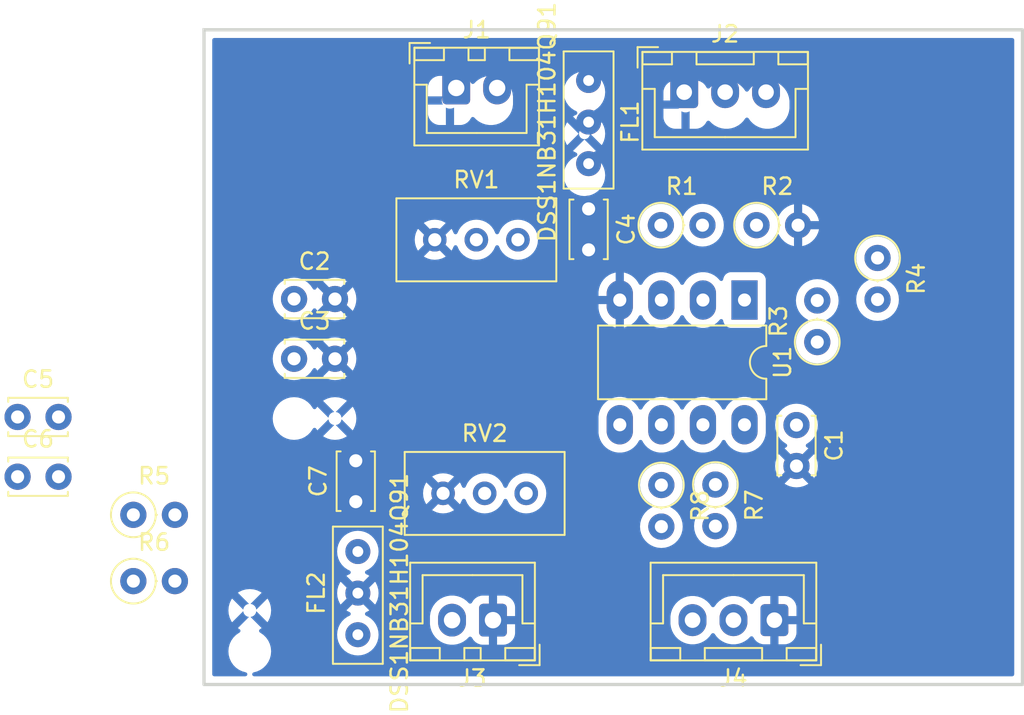
<source format=kicad_pcb>
(kicad_pcb (version 20240108) (generator "pcbnew") (generator_version "8.0")
  (layers (0 "F.Cu" signal) (31 "B.Cu" signal) (34 "B.Paste" user) (35 "F.Paste" user) (36 "B.SilkS" user "B.Silkscreen") (37 "F.SilkS" user "F.Silkscreen") (38 "B.Mask" user) (39 "F.Mask" user) (44 "Edge.Cuts" user))
  (net 0 "")
  (net 1 "+5V")
  (net 2 "GND")
  (net 3 "/Vout")
  (net 4 "Net-(U1A-+)")
  (net 5 "/Vin")
  (net 6 "Net-(U1A--)")
  (net 7 "Net-(U1B-+)")
  (net 8 "Net-(U1B--)")
  (net 9 "Net-(J4-Pin_2)")
  (net 10 "Net-(J3-Pin_2)")
  (footprint "Resistor_THT:R_Axial_DIN0207_L6.3mm_D2.5mm_P2.54mm_Vertical" (layer "F.Cu") (at 176.911 81.251 -90)
    (property "Reference" "R4" (at 1.27 -2.37 90) (layer "F.SilkS"))
    (property "Value" "1M")
    (pad "1" thru_hole circle (at 0 0 270) (size 1.6 1.6) (drill 0.8) (layers "*.Cu" "*.Mask" "In1.Cu" "In2.Cu" "In3.Cu" "In4.Cu" "In5.Cu" "In6.Cu" "In7.Cu" "In8.Cu" "In9.Cu" "In10.Cu" "In11.Cu" "In12.Cu" "In13.Cu" "In14.Cu" "In15.Cu" "In16.Cu" "In17.Cu" "In18.Cu" "In19.Cu" "In20.Cu" "In21.Cu" "In22.Cu" "In23.Cu" "In24.Cu" "In25.Cu" "In26.Cu" "In27.Cu" "In28.Cu" "In29.Cu" "In30.Cu") (net 6 "Net-(U1A--)"))
    (pad "2" thru_hole oval (at 2.54 0 270) (size 1.6 1.6) (drill 0.8) (layers "*.Cu" "*.Mask" "In1.Cu" "In2.Cu" "In3.Cu" "In4.Cu" "In5.Cu" "In6.Cu" "In7.Cu" "In8.Cu" "In9.Cu" "In10.Cu" "In11.Cu" "In12.Cu" "In13.Cu" "In14.Cu" "In15.Cu" "In16.Cu" "In17.Cu" "In18.Cu" "In19.Cu" "In20.Cu" "In21.Cu" "In22.Cu" "In23.Cu" "In24.Cu" "In25.Cu" "In26.Cu" "In27.Cu" "In28.Cu" "In29.Cu" "In30.Cu") (net 3 "/Vout"))
  )
  (footprint "Connector_JST:JST_XH_B2B-XH-A_1x02_P2.50mm_Vertical" (layer "F.Cu") (at 151.17 70.866)
    (property "Reference" "J1" (at 1.25 -3.55 360) (layer "F.SilkS"))
    (property "Value" "from Sensor1")
    (pad "1" thru_hole roundrect (at 0 0) (size 1.7 2) (drill 1) (layers "*.Cu" "*.Mask" "In1.Cu" "In2.Cu" "In3.Cu" "In4.Cu" "In5.Cu" "In6.Cu" "In7.Cu" "In8.Cu" "In9.Cu" "In10.Cu" "In11.Cu" "In12.Cu" "In13.Cu" "In14.Cu" "In15.Cu" "In16.Cu" "In17.Cu" "In18.Cu" "In19.Cu" "In20.Cu" "In21.Cu" "In22.Cu" "In23.Cu" "In24.Cu" "In25.Cu" "In26.Cu" "In27.Cu" "In28.Cu" "In29.Cu" "In30.Cu") (roundrect_rratio 0.147059) (net 2 "GND"))
    (pad "2" thru_hole oval (at 2.5 0) (size 1.7 2) (drill 1) (layers "*.Cu" "*.Mask" "In1.Cu" "In2.Cu" "In3.Cu" "In4.Cu" "In5.Cu" "In6.Cu" "In7.Cu" "In8.Cu" "In9.Cu" "In10.Cu" "In11.Cu" "In12.Cu" "In13.Cu" "In14.Cu" "In15.Cu" "In16.Cu" "In17.Cu" "In18.Cu" "In19.Cu" "In20.Cu" "In21.Cu" "In22.Cu" "In23.Cu" "In24.Cu" "In25.Cu" "In26.Cu" "In27.Cu" "In28.Cu" "In29.Cu" "In30.Cu") (net 5 "/Vin"))
  )
  (footprint "Package_DIP:DIP-8_W7.62mm_LongPads" (layer "F.Cu") (at 168.783 83.82 -90)
    (property "Reference" "U1" (at 3.81 -2.33 90) (layer "F.SilkS"))
    (property "Value" "NJM2903")
    (pad "1" thru_hole rect (at 0 0 270) (size 2.4 1.6) (drill 0.8) (layers "*.Cu" "*.Mask" "In1.Cu" "In2.Cu" "In3.Cu" "In4.Cu" "In5.Cu" "In6.Cu" "In7.Cu" "In8.Cu" "In9.Cu" "In10.Cu" "In11.Cu" "In12.Cu" "In13.Cu" "In14.Cu" "In15.Cu" "In16.Cu" "In17.Cu" "In18.Cu" "In19.Cu" "In20.Cu" "In21.Cu" "In22.Cu" "In23.Cu" "In24.Cu" "In25.Cu" "In26.Cu" "In27.Cu" "In28.Cu" "In29.Cu" "In30.Cu") (net 3 "/Vout"))
    (pad "2" thru_hole oval (at 0 2.54 270) (size 2.4 1.6) (drill 0.8) (layers "*.Cu" "*.Mask" "In1.Cu" "In2.Cu" "In3.Cu" "In4.Cu" "In5.Cu" "In6.Cu" "In7.Cu" "In8.Cu" "In9.Cu" "In10.Cu" "In11.Cu" "In12.Cu" "In13.Cu" "In14.Cu" "In15.Cu" "In16.Cu" "In17.Cu" "In18.Cu" "In19.Cu" "In20.Cu" "In21.Cu" "In22.Cu" "In23.Cu" "In24.Cu" "In25.Cu" "In26.Cu" "In27.Cu" "In28.Cu" "In29.Cu" "In30.Cu") (net 6 "Net-(U1A--)"))
    (pad "3" thru_hole oval (at 0 5.08 270) (size 2.4 1.6) (drill 0.8) (layers "*.Cu" "*.Mask" "In1.Cu" "In2.Cu" "In3.Cu" "In4.Cu" "In5.Cu" "In6.Cu" "In7.Cu" "In8.Cu" "In9.Cu" "In10.Cu" "In11.Cu" "In12.Cu" "In13.Cu" "In14.Cu" "In15.Cu" "In16.Cu" "In17.Cu" "In18.Cu" "In19.Cu" "In20.Cu" "In21.Cu" "In22.Cu" "In23.Cu" "In24.Cu" "In25.Cu" "In26.Cu" "In27.Cu" "In28.Cu" "In29.Cu" "In30.Cu") (net 4 "Net-(U1A-+)"))
    (pad "4" thru_hole oval (at 0 7.62 270) (size 2.4 1.6) (drill 0.8) (layers "*.Cu" "*.Mask" "In1.Cu" "In2.Cu" "In3.Cu" "In4.Cu" "In5.Cu" "In6.Cu" "In7.Cu" "In8.Cu" "In9.Cu" "In10.Cu" "In11.Cu" "In12.Cu" "In13.Cu" "In14.Cu" "In15.Cu" "In16.Cu" "In17.Cu" "In18.Cu" "In19.Cu" "In20.Cu" "In21.Cu" "In22.Cu" "In23.Cu" "In24.Cu" "In25.Cu" "In26.Cu" "In27.Cu" "In28.Cu" "In29.Cu" "In30.Cu") (net 2 "GND"))
    (pad "5" thru_hole oval (at 7.62 7.62 270) (size 2.4 1.6) (drill 0.8) (layers "*.Cu" "*.Mask" "In1.Cu" "In2.Cu" "In3.Cu" "In4.Cu" "In5.Cu" "In6.Cu" "In7.Cu" "In8.Cu" "In9.Cu" "In10.Cu" "In11.Cu" "In12.Cu" "In13.Cu" "In14.Cu" "In15.Cu" "In16.Cu" "In17.Cu" "In18.Cu" "In19.Cu" "In20.Cu" "In21.Cu" "In22.Cu" "In23.Cu" "In24.Cu" "In25.Cu" "In26.Cu" "In27.Cu" "In28.Cu" "In29.Cu" "In30.Cu") (net 7 "Net-(U1B-+)"))
    (pad "6" thru_hole oval (at 7.62 5.08 270) (size 2.4 1.6) (drill 0.8) (layers "*.Cu" "*.Mask" "In1.Cu" "In2.Cu" "In3.Cu" "In4.Cu" "In5.Cu" "In6.Cu" "In7.Cu" "In8.Cu" "In9.Cu" "In10.Cu" "In11.Cu" "In12.Cu" "In13.Cu" "In14.Cu" "In15.Cu" "In16.Cu" "In17.Cu" "In18.Cu" "In19.Cu" "In20.Cu" "In21.Cu" "In22.Cu" "In23.Cu" "In24.Cu" "In25.Cu" "In26.Cu" "In27.Cu" "In28.Cu" "In29.Cu" "In30.Cu") (net 8 "Net-(U1B--)"))
    (pad "7" thru_hole oval (at 7.62 2.54 270) (size 2.4 1.6) (drill 0.8) (layers "*.Cu" "*.Mask" "In1.Cu" "In2.Cu" "In3.Cu" "In4.Cu" "In5.Cu" "In6.Cu" "In7.Cu" "In8.Cu" "In9.Cu" "In10.Cu" "In11.Cu" "In12.Cu" "In13.Cu" "In14.Cu" "In15.Cu" "In16.Cu" "In17.Cu" "In18.Cu" "In19.Cu" "In20.Cu" "In21.Cu" "In22.Cu" "In23.Cu" "In24.Cu" "In25.Cu" "In26.Cu" "In27.Cu" "In28.Cu" "In29.Cu" "In30.Cu") (net 9 "Net-(J4-Pin_2)"))
    (pad "8" thru_hole oval (at 7.62 0 270) (size 2.4 1.6) (drill 0.8) (layers "*.Cu" "*.Mask" "In1.Cu" "In2.Cu" "In3.Cu" "In4.Cu" "In5.Cu" "In6.Cu" "In7.Cu" "In8.Cu" "In9.Cu" "In10.Cu" "In11.Cu" "In12.Cu" "In13.Cu" "In14.Cu" "In15.Cu" "In16.Cu" "In17.Cu" "In18.Cu" "In19.Cu" "In20.Cu" "In21.Cu" "In22.Cu" "In23.Cu" "In24.Cu" "In25.Cu" "In26.Cu" "In27.Cu" "In28.Cu" "In29.Cu" "In30.Cu") (net 1 "+5V"))
  )
  (footprint "Resistor_THT:R_Axial_DIN0207_L6.3mm_D2.5mm_P2.54mm_Vertical" (layer "F.Cu") (at 173.228 86.389 90)
    (property "Reference" "R3" (at 1.27 -2.37 90) (layer "F.SilkS"))
    (property "Value" "10k")
    (pad "1" thru_hole circle (at 0 0 90) (size 1.6 1.6) (drill 0.8) (layers "*.Cu" "*.Mask" "In1.Cu" "In2.Cu" "In3.Cu" "In4.Cu" "In5.Cu" "In6.Cu" "In7.Cu" "In8.Cu" "In9.Cu" "In10.Cu" "In11.Cu" "In12.Cu" "In13.Cu" "In14.Cu" "In15.Cu" "In16.Cu" "In17.Cu" "In18.Cu" "In19.Cu" "In20.Cu" "In21.Cu" "In22.Cu" "In23.Cu" "In24.Cu" "In25.Cu" "In26.Cu" "In27.Cu" "In28.Cu" "In29.Cu" "In30.Cu") (net 1 "+5V"))
    (pad "2" thru_hole oval (at 2.54 0 90) (size 1.6 1.6) (drill 0.8) (layers "*.Cu" "*.Mask" "In1.Cu" "In2.Cu" "In3.Cu" "In4.Cu" "In5.Cu" "In6.Cu" "In7.Cu" "In8.Cu" "In9.Cu" "In10.Cu" "In11.Cu" "In12.Cu" "In13.Cu" "In14.Cu" "In15.Cu" "In16.Cu" "In17.Cu" "In18.Cu" "In19.Cu" "In20.Cu" "In21.Cu" "In22.Cu" "In23.Cu" "In24.Cu" "In25.Cu" "In26.Cu" "In27.Cu" "In28.Cu" "In29.Cu" "In30.Cu") (net 3 "/Vout"))
  )
  (footprint "Resistor_THT:R_Axial_DIN0207_L6.3mm_D2.5mm_P2.54mm_Vertical" (layer "F.Cu") (at 131.445 100.993)
    (property "Reference" "R6" (at 1.27 -2.37 0) (layer "F.SilkS"))
    (property "Value" "2k")
    (pad "1" thru_hole circle (at 0 0) (size 1.6 1.6) (drill 0.8) (layers "*.Cu" "*.Mask" "In1.Cu" "In2.Cu" "In3.Cu" "In4.Cu" "In5.Cu" "In6.Cu" "In7.Cu" "In8.Cu" "In9.Cu" "In10.Cu" "In11.Cu" "In12.Cu" "In13.Cu" "In14.Cu" "In15.Cu" "In16.Cu" "In17.Cu" "In18.Cu" "In19.Cu" "In20.Cu" "In21.Cu" "In22.Cu" "In23.Cu" "In24.Cu" "In25.Cu" "In26.Cu" "In27.Cu" "In28.Cu" "In29.Cu" "In30.Cu") (net 8 "Net-(U1B--)"))
    (pad "2" thru_hole oval (at 2.54 0) (size 1.6 1.6) (drill 0.8) (layers "*.Cu" "*.Mask" "In1.Cu" "In2.Cu" "In3.Cu" "In4.Cu" "In5.Cu" "In6.Cu" "In7.Cu" "In8.Cu" "In9.Cu" "In10.Cu" "In11.Cu" "In12.Cu" "In13.Cu" "In14.Cu" "In15.Cu" "In16.Cu" "In17.Cu" "In18.Cu" "In19.Cu" "In20.Cu" "In21.Cu" "In22.Cu" "In23.Cu" "In24.Cu" "In25.Cu" "In26.Cu" "In27.Cu" "In28.Cu" "In29.Cu" "In30.Cu") (net 2 "GND"))
  )
  (footprint "Resistor_THT:R_Axial_DIN0207_L6.3mm_D2.5mm_P2.54mm_Vertical" (layer "F.Cu") (at 163.674 79.248)
    (property "Reference" "R1" (at 1.27 -2.37 0) (layer "F.SilkS"))
    (property "Value" "47k")
    (pad "1" thru_hole circle (at 0 0) (size 1.6 1.6) (drill 0.8) (layers "*.Cu" "*.Mask" "In1.Cu" "In2.Cu" "In3.Cu" "In4.Cu" "In5.Cu" "In6.Cu" "In7.Cu" "In8.Cu" "In9.Cu" "In10.Cu" "In11.Cu" "In12.Cu" "In13.Cu" "In14.Cu" "In15.Cu" "In16.Cu" "In17.Cu" "In18.Cu" "In19.Cu" "In20.Cu" "In21.Cu" "In22.Cu" "In23.Cu" "In24.Cu" "In25.Cu" "In26.Cu" "In27.Cu" "In28.Cu" "In29.Cu" "In30.Cu") (net 1 "+5V"))
    (pad "2" thru_hole oval (at 2.54 0) (size 1.6 1.6) (drill 0.8) (layers "*.Cu" "*.Mask" "In1.Cu" "In2.Cu" "In3.Cu" "In4.Cu" "In5.Cu" "In6.Cu" "In7.Cu" "In8.Cu" "In9.Cu" "In10.Cu" "In11.Cu" "In12.Cu" "In13.Cu" "In14.Cu" "In15.Cu" "In16.Cu" "In17.Cu" "In18.Cu" "In19.Cu" "In20.Cu" "In21.Cu" "In22.Cu" "In23.Cu" "In24.Cu" "In25.Cu" "In26.Cu" "In27.Cu" "In28.Cu" "In29.Cu" "In30.Cu") (net 6 "Net-(U1A--)"))
  )
  (footprint "Resistor_THT:R_Axial_DIN0207_L6.3mm_D2.5mm_P2.54mm_Vertical" (layer "F.Cu") (at 167.005 95.094 -90)
    (property "Reference" "R7" (at 1.27 -2.37 90) (layer "F.SilkS"))
    (property "Value" "10k")
    (pad "1" thru_hole circle (at 0 0 270) (size 1.6 1.6) (drill 0.8) (layers "*.Cu" "*.Mask" "In1.Cu" "In2.Cu" "In3.Cu" "In4.Cu" "In5.Cu" "In6.Cu" "In7.Cu" "In8.Cu" "In9.Cu" "In10.Cu" "In11.Cu" "In12.Cu" "In13.Cu" "In14.Cu" "In15.Cu" "In16.Cu" "In17.Cu" "In18.Cu" "In19.Cu" "In20.Cu" "In21.Cu" "In22.Cu" "In23.Cu" "In24.Cu" "In25.Cu" "In26.Cu" "In27.Cu" "In28.Cu" "In29.Cu" "In30.Cu") (net 1 "+5V"))
    (pad "2" thru_hole oval (at 2.54 0 270) (size 1.6 1.6) (drill 0.8) (layers "*.Cu" "*.Mask" "In1.Cu" "In2.Cu" "In3.Cu" "In4.Cu" "In5.Cu" "In6.Cu" "In7.Cu" "In8.Cu" "In9.Cu" "In10.Cu" "In11.Cu" "In12.Cu" "In13.Cu" "In14.Cu" "In15.Cu" "In16.Cu" "In17.Cu" "In18.Cu" "In19.Cu" "In20.Cu" "In21.Cu" "In22.Cu" "In23.Cu" "In24.Cu" "In25.Cu" "In26.Cu" "In27.Cu" "In28.Cu" "In29.Cu" "In30.Cu") (net 9 "Net-(J4-Pin_2)"))
  )
  (footprint "Resistor_THT:R_Axial_DIN0207_L6.3mm_D2.5mm_P2.54mm_Vertical" (layer "F.Cu") (at 163.703 95.123 -90)
    (property "Reference" "R8" (at 1.27 -2.37 90) (layer "F.SilkS"))
    (property "Value" "1M")
    (pad "1" thru_hole circle (at 0 0 270) (size 1.6 1.6) (drill 0.8) (layers "*.Cu" "*.Mask" "In1.Cu" "In2.Cu" "In3.Cu" "In4.Cu" "In5.Cu" "In6.Cu" "In7.Cu" "In8.Cu" "In9.Cu" "In10.Cu" "In11.Cu" "In12.Cu" "In13.Cu" "In14.Cu" "In15.Cu" "In16.Cu" "In17.Cu" "In18.Cu" "In19.Cu" "In20.Cu" "In21.Cu" "In22.Cu" "In23.Cu" "In24.Cu" "In25.Cu" "In26.Cu" "In27.Cu" "In28.Cu" "In29.Cu" "In30.Cu") (net 8 "Net-(U1B--)"))
    (pad "2" thru_hole oval (at 2.54 0 270) (size 1.6 1.6) (drill 0.8) (layers "*.Cu" "*.Mask" "In1.Cu" "In2.Cu" "In3.Cu" "In4.Cu" "In5.Cu" "In6.Cu" "In7.Cu" "In8.Cu" "In9.Cu" "In10.Cu" "In11.Cu" "In12.Cu" "In13.Cu" "In14.Cu" "In15.Cu" "In16.Cu" "In17.Cu" "In18.Cu" "In19.Cu" "In20.Cu" "In21.Cu" "In22.Cu" "In23.Cu" "In24.Cu" "In25.Cu" "In26.Cu" "In27.Cu" "In28.Cu" "In29.Cu" "In30.Cu") (net 9 "Net-(J4-Pin_2)"))
  )
  (footprint "Connector_JST:JST_XH_B3B-XH-A_1x03_P2.50mm_Vertical" (layer "F.Cu") (at 165.1 71.12)
    (property "Reference" "J2" (at 2.5 -3.55 0) (layer "F.SilkS"))
    (property "Value" "to M304")
    (pad "1" thru_hole roundrect (at 0 0) (size 1.7 1.95) (drill 0.95) (layers "*.Cu" "*.Mask" "In1.Cu" "In2.Cu" "In3.Cu" "In4.Cu" "In5.Cu" "In6.Cu" "In7.Cu" "In8.Cu" "In9.Cu" "In10.Cu" "In11.Cu" "In12.Cu" "In13.Cu" "In14.Cu" "In15.Cu" "In16.Cu" "In17.Cu" "In18.Cu" "In19.Cu" "In20.Cu" "In21.Cu" "In22.Cu" "In23.Cu" "In24.Cu" "In25.Cu" "In26.Cu" "In27.Cu" "In28.Cu" "In29.Cu" "In30.Cu") (roundrect_rratio 0.147059) (net 2 "GND"))
    (pad "2" thru_hole oval (at 2.5 0) (size 1.7 1.95) (drill 0.95) (layers "*.Cu" "*.Mask" "In1.Cu" "In2.Cu" "In3.Cu" "In4.Cu" "In5.Cu" "In6.Cu" "In7.Cu" "In8.Cu" "In9.Cu" "In10.Cu" "In11.Cu" "In12.Cu" "In13.Cu" "In14.Cu" "In15.Cu" "In16.Cu" "In17.Cu" "In18.Cu" "In19.Cu" "In20.Cu" "In21.Cu" "In22.Cu" "In23.Cu" "In24.Cu" "In25.Cu" "In26.Cu" "In27.Cu" "In28.Cu" "In29.Cu" "In30.Cu") (net 3 "/Vout"))
    (pad "3" thru_hole oval (at 5 0) (size 1.7 1.95) (drill 0.95) (layers "*.Cu" "*.Mask" "In1.Cu" "In2.Cu" "In3.Cu" "In4.Cu" "In5.Cu" "In6.Cu" "In7.Cu" "In8.Cu" "In9.Cu" "In10.Cu" "In11.Cu" "In12.Cu" "In13.Cu" "In14.Cu" "In15.Cu" "In16.Cu" "In17.Cu" "In18.Cu" "In19.Cu" "In20.Cu" "In21.Cu" "In22.Cu" "In23.Cu" "In24.Cu" "In25.Cu" "In26.Cu" "In27.Cu" "In28.Cu" "In29.Cu" "In30.Cu") (net 1 "+5V"))
  )
  (footprint "Potentiometer_THT:Potentiometer_Bourns_3296W_Vertical" (layer "F.Cu") (at 154.94 80.137)
    (property "Reference" "RV1" (at -2.54 -3.66 0) (layer "F.SilkS"))
    (property "Value" "50k")
    (pad "1" thru_hole circle (at 0 0) (size 1.44 1.44) (drill 0.8) (layers "*.Cu" "*.Mask" "In1.Cu" "In2.Cu" "In3.Cu" "In4.Cu" "In5.Cu" "In6.Cu" "In7.Cu" "In8.Cu" "In9.Cu" "In10.Cu" "In11.Cu" "In12.Cu" "In13.Cu" "In14.Cu" "In15.Cu" "In16.Cu" "In17.Cu" "In18.Cu" "In19.Cu" "In20.Cu" "In21.Cu" "In22.Cu" "In23.Cu" "In24.Cu" "In25.Cu" "In26.Cu" "In27.Cu" "In28.Cu" "In29.Cu" "In30.Cu") (net 1 "+5V"))
    (pad "2" thru_hole circle (at -2.54 0) (size 1.44 1.44) (drill 0.8) (layers "*.Cu" "*.Mask" "In1.Cu" "In2.Cu" "In3.Cu" "In4.Cu" "In5.Cu" "In6.Cu" "In7.Cu" "In8.Cu" "In9.Cu" "In10.Cu" "In11.Cu" "In12.Cu" "In13.Cu" "In14.Cu" "In15.Cu" "In16.Cu" "In17.Cu" "In18.Cu" "In19.Cu" "In20.Cu" "In21.Cu" "In22.Cu" "In23.Cu" "In24.Cu" "In25.Cu" "In26.Cu" "In27.Cu" "In28.Cu" "In29.Cu" "In30.Cu") (net 6 "Net-(U1A--)"))
    (pad "3" thru_hole circle (at -5.08 0) (size 1.44 1.44) (drill 0.8) (layers "*.Cu" "*.Mask" "In1.Cu" "In2.Cu" "In3.Cu" "In4.Cu" "In5.Cu" "In6.Cu" "In7.Cu" "In8.Cu" "In9.Cu" "In10.Cu" "In11.Cu" "In12.Cu" "In13.Cu" "In14.Cu" "In15.Cu" "In16.Cu" "In17.Cu" "In18.Cu" "In19.Cu" "In20.Cu" "In21.Cu" "In22.Cu" "In23.Cu" "In24.Cu" "In25.Cu" "In26.Cu" "In27.Cu" "In28.Cu" "In29.Cu" "In30.Cu") (net 2 "GND"))
  )
  (footprint "Resistor_THT:R_Axial_DIN0207_L6.3mm_D2.5mm_P2.54mm_Vertical" (layer "F.Cu") (at 169.516 79.248)
    (property "Reference" "R2" (at 1.27 -2.37 0) (layer "F.SilkS"))
    (property "Value" "2k")
    (pad "1" thru_hole circle (at 0 0) (size 1.6 1.6) (drill 0.8) (layers "*.Cu" "*.Mask" "In1.Cu" "In2.Cu" "In3.Cu" "In4.Cu" "In5.Cu" "In6.Cu" "In7.Cu" "In8.Cu" "In9.Cu" "In10.Cu" "In11.Cu" "In12.Cu" "In13.Cu" "In14.Cu" "In15.Cu" "In16.Cu" "In17.Cu" "In18.Cu" "In19.Cu" "In20.Cu" "In21.Cu" "In22.Cu" "In23.Cu" "In24.Cu" "In25.Cu" "In26.Cu" "In27.Cu" "In28.Cu" "In29.Cu" "In30.Cu") (net 6 "Net-(U1A--)"))
    (pad "2" thru_hole oval (at 2.54 0) (size 1.6 1.6) (drill 0.8) (layers "*.Cu" "*.Mask" "In1.Cu" "In2.Cu" "In3.Cu" "In4.Cu" "In5.Cu" "In6.Cu" "In7.Cu" "In8.Cu" "In9.Cu" "In10.Cu" "In11.Cu" "In12.Cu" "In13.Cu" "In14.Cu" "In15.Cu" "In16.Cu" "In17.Cu" "In18.Cu" "In19.Cu" "In20.Cu" "In21.Cu" "In22.Cu" "In23.Cu" "In24.Cu" "In25.Cu" "In26.Cu" "In27.Cu" "In28.Cu" "In29.Cu" "In30.Cu") (net 2 "GND"))
  )
  (footprint "Connector_JST:JST_XH_B3B-XH-A_1x03_P2.50mm_Vertical" (layer "F.Cu") (at 170.608 103.378 180)
    (property "Reference" "J4" (at 2.5 -3.55 360) (layer "F.SilkS"))
    (property "Value" "to M304")
    (pad "1" thru_hole roundrect (at 0 0 180) (size 1.7 1.95) (drill 0.95) (layers "*.Cu" "*.Mask" "In1.Cu" "In2.Cu" "In3.Cu" "In4.Cu" "In5.Cu" "In6.Cu" "In7.Cu" "In8.Cu" "In9.Cu" "In10.Cu" "In11.Cu" "In12.Cu" "In13.Cu" "In14.Cu" "In15.Cu" "In16.Cu" "In17.Cu" "In18.Cu" "In19.Cu" "In20.Cu" "In21.Cu" "In22.Cu" "In23.Cu" "In24.Cu" "In25.Cu" "In26.Cu" "In27.Cu" "In28.Cu" "In29.Cu" "In30.Cu") (roundrect_rratio 0.147059) (net 2 "GND"))
    (pad "2" thru_hole oval (at 2.5 0 180) (size 1.7 1.95) (drill 0.95) (layers "*.Cu" "*.Mask" "In1.Cu" "In2.Cu" "In3.Cu" "In4.Cu" "In5.Cu" "In6.Cu" "In7.Cu" "In8.Cu" "In9.Cu" "In10.Cu" "In11.Cu" "In12.Cu" "In13.Cu" "In14.Cu" "In15.Cu" "In16.Cu" "In17.Cu" "In18.Cu" "In19.Cu" "In20.Cu" "In21.Cu" "In22.Cu" "In23.Cu" "In24.Cu" "In25.Cu" "In26.Cu" "In27.Cu" "In28.Cu" "In29.Cu" "In30.Cu") (net 9 "Net-(J4-Pin_2)"))
    (pad "3" thru_hole oval (at 5 0 180) (size 1.7 1.95) (drill 0.95) (layers "*.Cu" "*.Mask" "In1.Cu" "In2.Cu" "In3.Cu" "In4.Cu" "In5.Cu" "In6.Cu" "In7.Cu" "In8.Cu" "In9.Cu" "In10.Cu" "In11.Cu" "In12.Cu" "In13.Cu" "In14.Cu" "In15.Cu" "In16.Cu" "In17.Cu" "In18.Cu" "In19.Cu" "In20.Cu" "In21.Cu" "In22.Cu" "In23.Cu" "In24.Cu" "In25.Cu" "In26.Cu" "In27.Cu" "In28.Cu" "In29.Cu" "In30.Cu") (net 1 "+5V"))
  )
  (footprint "HOLLY2:DSS1" (layer "F.Cu") (at 159.258 72.9488 -90)
    (property "Reference" "FL1" (at 0 -2.54 90) (layer "F.SilkS"))
    (property "Value" "DSS1NB31H104Q91" (at 0 2.54 90) (layer "F.SilkS"))
    (pad "1" thru_hole circle (at -2.54 0 270) (size 1.524 1.524) (drill 0.662) (layers "*.Cu" "*.Mask" "In1.Cu" "In2.Cu" "In3.Cu" "In4.Cu" "In5.Cu" "In6.Cu" "In7.Cu" "In8.Cu" "In9.Cu" "In10.Cu" "In11.Cu" "In12.Cu" "In13.Cu" "In14.Cu" "In15.Cu" "In16.Cu" "In17.Cu" "In18.Cu" "In19.Cu" "In20.Cu" "In21.Cu" "In22.Cu" "In23.Cu" "In24.Cu" "In25.Cu" "In26.Cu" "In27.Cu" "In28.Cu" "In29.Cu" "In30.Cu") (net 5 "/Vin"))
    (pad "2" thru_hole circle (at 0 0 270) (size 1.524 1.524) (drill 0.662) (layers "*.Cu" "*.Mask" "In1.Cu" "In2.Cu" "In3.Cu" "In4.Cu" "In5.Cu" "In6.Cu" "In7.Cu" "In8.Cu" "In9.Cu" "In10.Cu" "In11.Cu" "In12.Cu" "In13.Cu" "In14.Cu" "In15.Cu" "In16.Cu" "In17.Cu" "In18.Cu" "In19.Cu" "In20.Cu" "In21.Cu" "In22.Cu" "In23.Cu" "In24.Cu" "In25.Cu" "In26.Cu" "In27.Cu" "In28.Cu" "In29.Cu" "In30.Cu") (net 2 "GND"))
    (pad "3" thru_hole circle (at 2.54 0 270) (size 1.524 1.524) (drill 0.662) (layers "*.Cu" "*.Mask" "In1.Cu" "In2.Cu" "In3.Cu" "In4.Cu" "In5.Cu" "In6.Cu" "In7.Cu" "In8.Cu" "In9.Cu" "In10.Cu" "In11.Cu" "In12.Cu" "In13.Cu" "In14.Cu" "In15.Cu" "In16.Cu" "In17.Cu" "In18.Cu" "In19.Cu" "In20.Cu" "In21.Cu" "In22.Cu" "In23.Cu" "In24.Cu" "In25.Cu" "In26.Cu" "In27.Cu" "In28.Cu" "In29.Cu" "In30.Cu") (net 4 "Net-(U1A-+)"))
  )
  (footprint "Resistor_THT:R_Axial_DIN0207_L6.3mm_D2.5mm_P2.54mm_Vertical" (layer "F.Cu") (at 131.445 96.943)
    (property "Reference" "R5" (at 1.27 -2.37 0) (layer "F.SilkS"))
    (property "Value" "47k")
    (pad "1" thru_hole circle (at 0 0) (size 1.6 1.6) (drill 0.8) (layers "*.Cu" "*.Mask" "In1.Cu" "In2.Cu" "In3.Cu" "In4.Cu" "In5.Cu" "In6.Cu" "In7.Cu" "In8.Cu" "In9.Cu" "In10.Cu" "In11.Cu" "In12.Cu" "In13.Cu" "In14.Cu" "In15.Cu" "In16.Cu" "In17.Cu" "In18.Cu" "In19.Cu" "In20.Cu" "In21.Cu" "In22.Cu" "In23.Cu" "In24.Cu" "In25.Cu" "In26.Cu" "In27.Cu" "In28.Cu" "In29.Cu" "In30.Cu") (net 1 "+5V"))
    (pad "2" thru_hole oval (at 2.54 0) (size 1.6 1.6) (drill 0.8) (layers "*.Cu" "*.Mask" "In1.Cu" "In2.Cu" "In3.Cu" "In4.Cu" "In5.Cu" "In6.Cu" "In7.Cu" "In8.Cu" "In9.Cu" "In10.Cu" "In11.Cu" "In12.Cu" "In13.Cu" "In14.Cu" "In15.Cu" "In16.Cu" "In17.Cu" "In18.Cu" "In19.Cu" "In20.Cu" "In21.Cu" "In22.Cu" "In23.Cu" "In24.Cu" "In25.Cu" "In26.Cu" "In27.Cu" "In28.Cu" "In29.Cu" "In30.Cu") (net 8 "Net-(U1B--)"))
  )
  (footprint "Capacitor_THT:C_Disc_D3.4mm_W2.1mm_P2.50mm" (layer "F.Cu") (at 171.958 91.46 -90)
    (property "Reference" "C1" (at 1.25 -2.3 90) (layer "F.SilkS"))
    (property "Value" "0.1uF")
    (pad "1" thru_hole circle (at 0 0 270) (size 1.6 1.6) (drill 0.8) (layers "*.Cu" "*.Mask" "In1.Cu" "In2.Cu" "In3.Cu" "In4.Cu" "In5.Cu" "In6.Cu" "In7.Cu" "In8.Cu" "In9.Cu" "In10.Cu" "In11.Cu" "In12.Cu" "In13.Cu" "In14.Cu" "In15.Cu" "In16.Cu" "In17.Cu" "In18.Cu" "In19.Cu" "In20.Cu" "In21.Cu" "In22.Cu" "In23.Cu" "In24.Cu" "In25.Cu" "In26.Cu" "In27.Cu" "In28.Cu" "In29.Cu" "In30.Cu") (net 1 "+5V"))
    (pad "2" thru_hole circle (at 2.5 0 270) (size 1.6 1.6) (drill 0.8) (layers "*.Cu" "*.Mask" "In1.Cu" "In2.Cu" "In3.Cu" "In4.Cu" "In5.Cu" "In6.Cu" "In7.Cu" "In8.Cu" "In9.Cu" "In10.Cu" "In11.Cu" "In12.Cu" "In13.Cu" "In14.Cu" "In15.Cu" "In16.Cu" "In17.Cu" "In18.Cu" "In19.Cu" "In20.Cu" "In21.Cu" "In22.Cu" "In23.Cu" "In24.Cu" "In25.Cu" "In26.Cu" "In27.Cu" "In28.Cu" "In29.Cu" "In30.Cu") (net 2 "GND"))
  )
  (footprint "Capacitor_THT:C_Disc_D3.4mm_W2.1mm_P2.50mm" (layer "F.Cu") (at 145.034 96.139 90)
    (property "Reference" "C7" (at 1.25 -2.3 90) (layer "F.SilkS"))
    (property "Value" "0.1uF")
    (pad "1" thru_hole circle (at 0 0 90) (size 1.6 1.6) (drill 0.8) (layers "*.Cu" "*.Mask" "In1.Cu" "In2.Cu" "In3.Cu" "In4.Cu" "In5.Cu" "In6.Cu" "In7.Cu" "In8.Cu" "In9.Cu" "In10.Cu" "In11.Cu" "In12.Cu" "In13.Cu" "In14.Cu" "In15.Cu" "In16.Cu" "In17.Cu" "In18.Cu" "In19.Cu" "In20.Cu" "In21.Cu" "In22.Cu" "In23.Cu" "In24.Cu" "In25.Cu" "In26.Cu" "In27.Cu" "In28.Cu" "In29.Cu" "In30.Cu") (net 7 "Net-(U1B-+)"))
    (pad "2" thru_hole circle (at 2.5 0 90) (size 1.6 1.6) (drill 0.8) (layers "*.Cu" "*.Mask" "In1.Cu" "In2.Cu" "In3.Cu" "In4.Cu" "In5.Cu" "In6.Cu" "In7.Cu" "In8.Cu" "In9.Cu" "In10.Cu" "In11.Cu" "In12.Cu" "In13.Cu" "In14.Cu" "In15.Cu" "In16.Cu" "In17.Cu" "In18.Cu" "In19.Cu" "In20.Cu" "In21.Cu" "In22.Cu" "In23.Cu" "In24.Cu" "In25.Cu" "In26.Cu" "In27.Cu" "In28.Cu" "In29.Cu" "In30.Cu") (net 2 "GND"))
  )
  (footprint "HOLLY2:DSS1" (layer "F.Cu") (at 145.161 101.727 90)
    (property "Reference" "FL2" (at 0 -2.54 90) (layer "F.SilkS"))
    (property "Value" "DSS1NB31H104Q91" (at 0 2.54 90) (layer "F.SilkS"))
    (pad "1" thru_hole circle (at -2.54 0 90) (size 1.524 1.524) (drill 0.662) (layers "*.Cu" "*.Mask" "In1.Cu" "In2.Cu" "In3.Cu" "In4.Cu" "In5.Cu" "In6.Cu" "In7.Cu" "In8.Cu" "In9.Cu" "In10.Cu" "In11.Cu" "In12.Cu" "In13.Cu" "In14.Cu" "In15.Cu" "In16.Cu" "In17.Cu" "In18.Cu" "In19.Cu" "In20.Cu" "In21.Cu" "In22.Cu" "In23.Cu" "In24.Cu" "In25.Cu" "In26.Cu" "In27.Cu" "In28.Cu" "In29.Cu" "In30.Cu") (net 10 "Net-(J3-Pin_2)"))
    (pad "2" thru_hole circle (at 0 0 90) (size 1.524 1.524) (drill 0.662) (layers "*.Cu" "*.Mask" "In1.Cu" "In2.Cu" "In3.Cu" "In4.Cu" "In5.Cu" "In6.Cu" "In7.Cu" "In8.Cu" "In9.Cu" "In10.Cu" "In11.Cu" "In12.Cu" "In13.Cu" "In14.Cu" "In15.Cu" "In16.Cu" "In17.Cu" "In18.Cu" "In19.Cu" "In20.Cu" "In21.Cu" "In22.Cu" "In23.Cu" "In24.Cu" "In25.Cu" "In26.Cu" "In27.Cu" "In28.Cu" "In29.Cu" "In30.Cu") (net 2 "GND"))
    (pad "3" thru_hole circle (at 2.54 0 90) (size 1.524 1.524) (drill 0.662) (layers "*.Cu" "*.Mask" "In1.Cu" "In2.Cu" "In3.Cu" "In4.Cu" "In5.Cu" "In6.Cu" "In7.Cu" "In8.Cu" "In9.Cu" "In10.Cu" "In11.Cu" "In12.Cu" "In13.Cu" "In14.Cu" "In15.Cu" "In16.Cu" "In17.Cu" "In18.Cu" "In19.Cu" "In20.Cu" "In21.Cu" "In22.Cu" "In23.Cu" "In24.Cu" "In25.Cu" "In26.Cu" "In27.Cu" "In28.Cu" "In29.Cu" "In30.Cu") (net 7 "Net-(U1B-+)"))
  )
  (footprint "Capacitor_THT:C_Disc_D3.4mm_W2.1mm_P2.50mm" (layer "F.Cu") (at 141.264 87.409)
    (property "Reference" "C3" (at 1.25 -2.3 0) (layer "F.SilkS"))
    (property "Value" "0.1uF")
    (pad "1" thru_hole circle (at 0 0) (size 1.6 1.6) (drill 0.8) (layers "*.Cu" "*.Mask" "In1.Cu" "In2.Cu" "In3.Cu" "In4.Cu" "In5.Cu" "In6.Cu" "In7.Cu" "In8.Cu" "In9.Cu" "In10.Cu" "In11.Cu" "In12.Cu" "In13.Cu" "In14.Cu" "In15.Cu" "In16.Cu" "In17.Cu" "In18.Cu" "In19.Cu" "In20.Cu" "In21.Cu" "In22.Cu" "In23.Cu" "In24.Cu" "In25.Cu" "In26.Cu" "In27.Cu" "In28.Cu" "In29.Cu" "In30.Cu") (net 3 "/Vout"))
    (pad "2" thru_hole circle (at 2.5 0) (size 1.6 1.6) (drill 0.8) (layers "*.Cu" "*.Mask" "In1.Cu" "In2.Cu" "In3.Cu" "In4.Cu" "In5.Cu" "In6.Cu" "In7.Cu" "In8.Cu" "In9.Cu" "In10.Cu" "In11.Cu" "In12.Cu" "In13.Cu" "In14.Cu" "In15.Cu" "In16.Cu" "In17.Cu" "In18.Cu" "In19.Cu" "In20.Cu" "In21.Cu" "In22.Cu" "In23.Cu" "In24.Cu" "In25.Cu" "In26.Cu" "In27.Cu" "In28.Cu" "In29.Cu" "In30.Cu") (net 2 "GND"))
  )
  (footprint "Potentiometer_THT:Potentiometer_Bourns_3296W_Vertical" (layer "F.Cu") (at 155.448 95.631)
    (property "Reference" "RV2" (at -2.54 -3.66 0) (layer "F.SilkS"))
    (property "Value" "50k")
    (pad "1" thru_hole circle (at 0 0) (size 1.44 1.44) (drill 0.8) (layers "*.Cu" "*.Mask" "In1.Cu" "In2.Cu" "In3.Cu" "In4.Cu" "In5.Cu" "In6.Cu" "In7.Cu" "In8.Cu" "In9.Cu" "In10.Cu" "In11.Cu" "In12.Cu" "In13.Cu" "In14.Cu" "In15.Cu" "In16.Cu" "In17.Cu" "In18.Cu" "In19.Cu" "In20.Cu" "In21.Cu" "In22.Cu" "In23.Cu" "In24.Cu" "In25.Cu" "In26.Cu" "In27.Cu" "In28.Cu" "In29.Cu" "In30.Cu") (net 1 "+5V"))
    (pad "2" thru_hole circle (at -2.54 0) (size 1.44 1.44) (drill 0.8) (layers "*.Cu" "*.Mask" "In1.Cu" "In2.Cu" "In3.Cu" "In4.Cu" "In5.Cu" "In6.Cu" "In7.Cu" "In8.Cu" "In9.Cu" "In10.Cu" "In11.Cu" "In12.Cu" "In13.Cu" "In14.Cu" "In15.Cu" "In16.Cu" "In17.Cu" "In18.Cu" "In19.Cu" "In20.Cu" "In21.Cu" "In22.Cu" "In23.Cu" "In24.Cu" "In25.Cu" "In26.Cu" "In27.Cu" "In28.Cu" "In29.Cu" "In30.Cu") (net 8 "Net-(U1B--)"))
    (pad "3" thru_hole circle (at -5.08 0) (size 1.44 1.44) (drill 0.8) (layers "*.Cu" "*.Mask" "In1.Cu" "In2.Cu" "In3.Cu" "In4.Cu" "In5.Cu" "In6.Cu" "In7.Cu" "In8.Cu" "In9.Cu" "In10.Cu" "In11.Cu" "In12.Cu" "In13.Cu" "In14.Cu" "In15.Cu" "In16.Cu" "In17.Cu" "In18.Cu" "In19.Cu" "In20.Cu" "In21.Cu" "In22.Cu" "In23.Cu" "In24.Cu" "In25.Cu" "In26.Cu" "In27.Cu" "In28.Cu" "In29.Cu" "In30.Cu") (net 2 "GND"))
  )
  (footprint "Capacitor_THT:C_Disc_D3.4mm_W2.1mm_P2.50mm" (layer "F.Cu") (at 124.373 94.615)
    (property "Reference" "C6" (at 1.25 -2.3 0) (layer "F.SilkS"))
    (property "Value" "0.1uF")
    (pad "1" thru_hole circle (at 0 0) (size 1.6 1.6) (drill 0.8) (layers "*.Cu" "*.Mask" "In1.Cu" "In2.Cu" "In3.Cu" "In4.Cu" "In5.Cu" "In6.Cu" "In7.Cu" "In8.Cu" "In9.Cu" "In10.Cu" "In11.Cu" "In12.Cu" "In13.Cu" "In14.Cu" "In15.Cu" "In16.Cu" "In17.Cu" "In18.Cu" "In19.Cu" "In20.Cu" "In21.Cu" "In22.Cu" "In23.Cu" "In24.Cu" "In25.Cu" "In26.Cu" "In27.Cu" "In28.Cu" "In29.Cu" "In30.Cu") (net 9 "Net-(J4-Pin_2)"))
    (pad "2" thru_hole circle (at 2.5 0) (size 1.6 1.6) (drill 0.8) (layers "*.Cu" "*.Mask" "In1.Cu" "In2.Cu" "In3.Cu" "In4.Cu" "In5.Cu" "In6.Cu" "In7.Cu" "In8.Cu" "In9.Cu" "In10.Cu" "In11.Cu" "In12.Cu" "In13.Cu" "In14.Cu" "In15.Cu" "In16.Cu" "In17.Cu" "In18.Cu" "In19.Cu" "In20.Cu" "In21.Cu" "In22.Cu" "In23.Cu" "In24.Cu" "In25.Cu" "In26.Cu" "In27.Cu" "In28.Cu" "In29.Cu" "In30.Cu") (net 2 "GND"))
  )
  (footprint "Capacitor_THT:C_Disc_D3.4mm_W2.1mm_P2.50mm" (layer "F.Cu") (at 159.258 78.252 -90)
    (property "Reference" "C4" (at 1.25 -2.3 90) (layer "F.SilkS"))
    (property "Value" "0.1uF")
    (pad "1" thru_hole circle (at 0 0 270) (size 1.6 1.6) (drill 0.8) (layers "*.Cu" "*.Mask" "In1.Cu" "In2.Cu" "In3.Cu" "In4.Cu" "In5.Cu" "In6.Cu" "In7.Cu" "In8.Cu" "In9.Cu" "In10.Cu" "In11.Cu" "In12.Cu" "In13.Cu" "In14.Cu" "In15.Cu" "In16.Cu" "In17.Cu" "In18.Cu" "In19.Cu" "In20.Cu" "In21.Cu" "In22.Cu" "In23.Cu" "In24.Cu" "In25.Cu" "In26.Cu" "In27.Cu" "In28.Cu" "In29.Cu" "In30.Cu") (net 4 "Net-(U1A-+)"))
    (pad "2" thru_hole circle (at 2.5 0 270) (size 1.6 1.6) (drill 0.8) (layers "*.Cu" "*.Mask" "In1.Cu" "In2.Cu" "In3.Cu" "In4.Cu" "In5.Cu" "In6.Cu" "In7.Cu" "In8.Cu" "In9.Cu" "In10.Cu" "In11.Cu" "In12.Cu" "In13.Cu" "In14.Cu" "In15.Cu" "In16.Cu" "In17.Cu" "In18.Cu" "In19.Cu" "In20.Cu" "In21.Cu" "In22.Cu" "In23.Cu" "In24.Cu" "In25.Cu" "In26.Cu" "In27.Cu" "In28.Cu" "In29.Cu" "In30.Cu") (net 2 "GND"))
  )
  (footprint "Capacitor_THT:C_Disc_D3.4mm_W2.1mm_P2.50mm" (layer "F.Cu") (at 124.373 90.965)
    (property "Reference" "C5" (at 1.25 -2.3 0) (layer "F.SilkS"))
    (property "Value" "0.1uF")
    (pad "1" thru_hole circle (at 0 0) (size 1.6 1.6) (drill 0.8) (layers "*.Cu" "*.Mask" "In1.Cu" "In2.Cu" "In3.Cu" "In4.Cu" "In5.Cu" "In6.Cu" "In7.Cu" "In8.Cu" "In9.Cu" "In10.Cu" "In11.Cu" "In12.Cu" "In13.Cu" "In14.Cu" "In15.Cu" "In16.Cu" "In17.Cu" "In18.Cu" "In19.Cu" "In20.Cu" "In21.Cu" "In22.Cu" "In23.Cu" "In24.Cu" "In25.Cu" "In26.Cu" "In27.Cu" "In28.Cu" "In29.Cu" "In30.Cu") (net 1 "+5V"))
    (pad "2" thru_hole circle (at 2.5 0) (size 1.6 1.6) (drill 0.8) (layers "*.Cu" "*.Mask" "In1.Cu" "In2.Cu" "In3.Cu" "In4.Cu" "In5.Cu" "In6.Cu" "In7.Cu" "In8.Cu" "In9.Cu" "In10.Cu" "In11.Cu" "In12.Cu" "In13.Cu" "In14.Cu" "In15.Cu" "In16.Cu" "In17.Cu" "In18.Cu" "In19.Cu" "In20.Cu" "In21.Cu" "In22.Cu" "In23.Cu" "In24.Cu" "In25.Cu" "In26.Cu" "In27.Cu" "In28.Cu" "In29.Cu" "In30.Cu") (net 2 "GND"))
  )
  (footprint "Capacitor_THT:C_Disc_D3.4mm_W2.1mm_P2.50mm" (layer "F.Cu") (at 141.264 83.759)
    (property "Reference" "C2" (at 1.25 -2.3 0) (layer "F.SilkS"))
    (property "Value" "0.1uF")
    (pad "1" thru_hole circle (at 0 0) (size 1.6 1.6) (drill 0.8) (layers "*.Cu" "*.Mask" "In1.Cu" "In2.Cu" "In3.Cu" "In4.Cu" "In5.Cu" "In6.Cu" "In7.Cu" "In8.Cu" "In9.Cu" "In10.Cu" "In11.Cu" "In12.Cu" "In13.Cu" "In14.Cu" "In15.Cu" "In16.Cu" "In17.Cu" "In18.Cu" "In19.Cu" "In20.Cu" "In21.Cu" "In22.Cu" "In23.Cu" "In24.Cu" "In25.Cu" "In26.Cu" "In27.Cu" "In28.Cu" "In29.Cu" "In30.Cu") (net 1 "+5V"))
    (pad "2" thru_hole circle (at 2.5 0) (size 1.6 1.6) (drill 0.8) (layers "*.Cu" "*.Mask" "In1.Cu" "In2.Cu" "In3.Cu" "In4.Cu" "In5.Cu" "In6.Cu" "In7.Cu" "In8.Cu" "In9.Cu" "In10.Cu" "In11.Cu" "In12.Cu" "In13.Cu" "In14.Cu" "In15.Cu" "In16.Cu" "In17.Cu" "In18.Cu" "In19.Cu" "In20.Cu" "In21.Cu" "In22.Cu" "In23.Cu" "In24.Cu" "In25.Cu" "In26.Cu" "In27.Cu" "In28.Cu" "In29.Cu" "In30.Cu") (net 2 "GND"))
  )
  (footprint "Connector_JST:JST_XH_B2B-XH-A_1x02_P2.50mm_Vertical" (layer "F.Cu") (at 153.416 103.378 180)
    (property "Reference" "J3" (at 1.25 -3.55 360) (layer "F.SilkS"))
    (property "Value" "from Sensor2")
    (pad "1" thru_hole roundrect (at 0 0 180) (size 1.7 2) (drill 1) (layers "*.Cu" "*.Mask" "In1.Cu" "In2.Cu" "In3.Cu" "In4.Cu" "In5.Cu" "In6.Cu" "In7.Cu" "In8.Cu" "In9.Cu" "In10.Cu" "In11.Cu" "In12.Cu" "In13.Cu" "In14.Cu" "In15.Cu" "In16.Cu" "In17.Cu" "In18.Cu" "In19.Cu" "In20.Cu" "In21.Cu" "In22.Cu" "In23.Cu" "In24.Cu" "In25.Cu" "In26.Cu" "In27.Cu" "In28.Cu" "In29.Cu" "In30.Cu") (roundrect_rratio 0.147059) (net 2 "GND"))
    (pad "2" thru_hole oval (at 2.5 0 180) (size 1.7 2) (drill 1) (layers "*.Cu" "*.Mask" "In1.Cu" "In2.Cu" "In3.Cu" "In4.Cu" "In5.Cu" "In6.Cu" "In7.Cu" "In8.Cu" "In9.Cu" "In10.Cu" "In11.Cu" "In12.Cu" "In13.Cu" "In14.Cu" "In15.Cu" "In16.Cu" "In17.Cu" "In18.Cu" "In19.Cu" "In20.Cu" "In21.Cu" "In22.Cu" "In23.Cu" "In24.Cu" "In25.Cu" "In26.Cu" "In27.Cu" "In28.Cu" "In29.Cu" "In30.Cu") (net 10 "Net-(J3-Pin_2)"))
  )
  (gr_rect (start 135.763 67.31) (end 185.763 107.31) (stroke (width 0.2)) (fill none) (layer "Edge.Cuts"))
  (zone (net 2) (net_name "GND") (layer "B.Cu") (connect_pads (clearance 0.5)) (min_thickness 0.25) (fill yes (thermal_gap 0.5) (thermal_bridge_width 0.5))
    (polygon (pts (xy 135.89 67.31) (xy 185.674 67.31) (xy 185.801 67.437) (xy 185.801 107.315) (xy 135.89 107.315) (xy 135.89 67.183)))
  )
)
</source>
